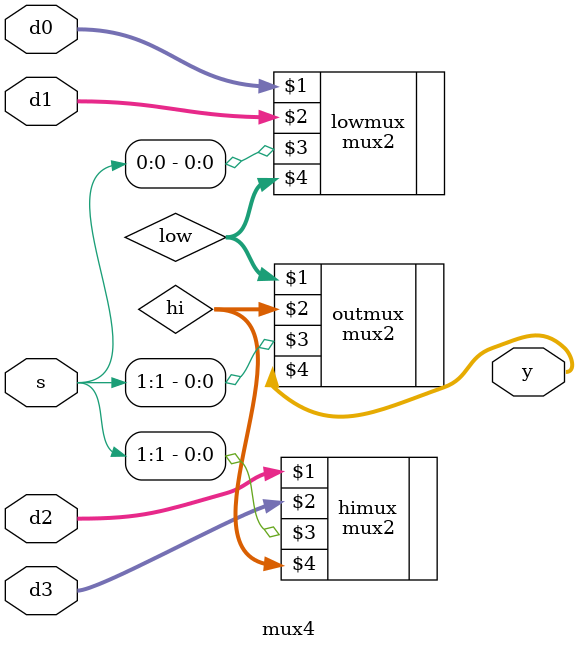
<source format=sv>
`ifndef MUX4
`define MUX4

`include "./mux2.sv"

module mux4(
    //
    // ---------------- PORT DEFINITIONS ----------------
    //
    input  logic [11:0] d0, d1, d2, d3,
    input  logic [1:0]  s,
    output logic [11:0] y
);

    //
    // ---------------- MODULE DESIGN IMPLEMENTATION ----------------
    //
    logic [11:0] low, hi;

    mux2 #(12) lowmux(d0, d1, s[0], low);
    mux2 #(12) himux(d2, d3, s[1], hi);
    mux2 #(12) outmux(low, hi, s[1], y);

endmodule

`endif // MUX4
</source>
